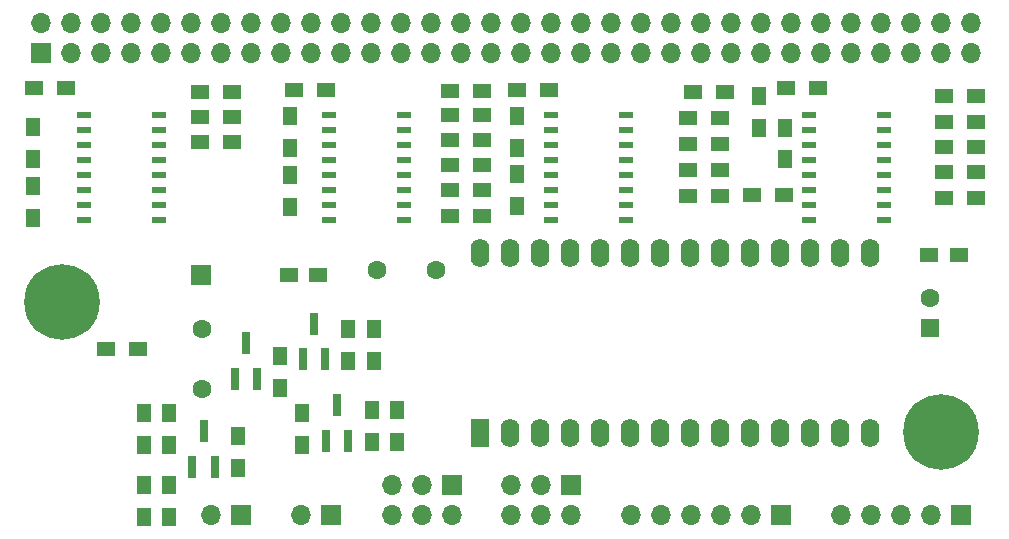
<source format=gts>
G04 #@! TF.FileFunction,Soldermask,Top*
%FSLAX46Y46*%
G04 Gerber Fmt 4.6, Leading zero omitted, Abs format (unit mm)*
G04 Created by KiCad (PCBNEW 4.0.4-stable) date 02/26/17 13:48:46*
%MOMM*%
%LPD*%
G01*
G04 APERTURE LIST*
%ADD10C,0.100000*%
%ADD11R,1.143000X0.508000*%
%ADD12R,1.600000X1.600000*%
%ADD13C,1.600000*%
%ADD14R,1.300000X1.500000*%
%ADD15R,1.600000X2.400000*%
%ADD16O,1.600000X2.400000*%
%ADD17R,1.500000X1.250000*%
%ADD18R,0.800000X1.900000*%
%ADD19R,1.500000X1.300000*%
%ADD20R,1.700000X1.700000*%
%ADD21O,1.700000X1.700000*%
%ADD22C,6.400000*%
G04 APERTURE END LIST*
D10*
D11*
X189650000Y-106905000D03*
X189650000Y-109445000D03*
X189650000Y-110715000D03*
X189650000Y-111985000D03*
X189650000Y-113255000D03*
X189650000Y-114525000D03*
X189650000Y-115795000D03*
X183300000Y-115795000D03*
X183300000Y-114525000D03*
X183300000Y-113255000D03*
X183300000Y-111985000D03*
X183300000Y-110715000D03*
X183300000Y-109445000D03*
X183300000Y-108175000D03*
X183300000Y-106905000D03*
X189650000Y-108175000D03*
X210375000Y-106880000D03*
X210375000Y-109420000D03*
X210375000Y-110690000D03*
X210375000Y-111960000D03*
X210375000Y-113230000D03*
X210375000Y-114500000D03*
X210375000Y-115770000D03*
X204025000Y-115770000D03*
X204025000Y-114500000D03*
X204025000Y-113230000D03*
X204025000Y-111960000D03*
X204025000Y-110690000D03*
X204025000Y-109420000D03*
X204025000Y-108150000D03*
X204025000Y-106880000D03*
X210375000Y-108150000D03*
X229125000Y-106880000D03*
X229125000Y-109420000D03*
X229125000Y-110690000D03*
X229125000Y-111960000D03*
X229125000Y-113230000D03*
X229125000Y-114500000D03*
X229125000Y-115770000D03*
X222775000Y-115770000D03*
X222775000Y-114500000D03*
X222775000Y-113230000D03*
X222775000Y-111960000D03*
X222775000Y-110690000D03*
X222775000Y-109420000D03*
X222775000Y-108150000D03*
X222775000Y-106880000D03*
X229125000Y-108150000D03*
D12*
X254900000Y-124900000D03*
D13*
X254900000Y-122400000D03*
D11*
X250975000Y-106855000D03*
X250975000Y-109395000D03*
X250975000Y-110665000D03*
X250975000Y-111935000D03*
X250975000Y-113205000D03*
X250975000Y-114475000D03*
X250975000Y-115745000D03*
X244625000Y-115745000D03*
X244625000Y-114475000D03*
X244625000Y-113205000D03*
X244625000Y-111935000D03*
X244625000Y-110665000D03*
X244625000Y-109395000D03*
X244625000Y-108125000D03*
X244625000Y-106855000D03*
X250975000Y-108125000D03*
D14*
X199900000Y-130000000D03*
X199900000Y-127300000D03*
D15*
X216800000Y-133800000D03*
D16*
X249820000Y-118560000D03*
X219340000Y-133800000D03*
X247280000Y-118560000D03*
X221880000Y-133800000D03*
X244740000Y-118560000D03*
X224420000Y-133800000D03*
X242200000Y-118560000D03*
X226960000Y-133800000D03*
X239660000Y-118560000D03*
X229500000Y-133800000D03*
X237120000Y-118560000D03*
X232040000Y-133800000D03*
X234580000Y-118560000D03*
X234580000Y-133800000D03*
X232040000Y-118560000D03*
X237120000Y-133800000D03*
X229500000Y-118560000D03*
X239660000Y-133800000D03*
X226960000Y-118560000D03*
X242200000Y-133800000D03*
X224420000Y-118560000D03*
X244740000Y-133800000D03*
X221880000Y-118560000D03*
X247280000Y-133800000D03*
X219340000Y-118560000D03*
X249820000Y-133800000D03*
X216800000Y-118560000D03*
D14*
X200750000Y-114650000D03*
X200750000Y-111950000D03*
D17*
X203125000Y-120450000D03*
X200625000Y-120450000D03*
D13*
X208050000Y-120050000D03*
X213050000Y-120050000D03*
D18*
X196050000Y-129200000D03*
X197950000Y-129200000D03*
X197000000Y-126200000D03*
X203750000Y-134450000D03*
X205650000Y-134450000D03*
X204700000Y-131450000D03*
X201800000Y-127550000D03*
X203700000Y-127550000D03*
X202750000Y-124550000D03*
X192450000Y-136650000D03*
X194350000Y-136650000D03*
X193400000Y-133650000D03*
D14*
X188350000Y-138250000D03*
X188350000Y-140950000D03*
D19*
X187850000Y-126700000D03*
X185150000Y-126700000D03*
D14*
X190500000Y-140950000D03*
X190500000Y-138250000D03*
X207800000Y-125000000D03*
X207800000Y-127700000D03*
X209800000Y-131900000D03*
X209800000Y-134600000D03*
X201750000Y-134800000D03*
X201750000Y-132100000D03*
D19*
X214250000Y-115425000D03*
X216950000Y-115425000D03*
X214250000Y-111125000D03*
X216950000Y-111125000D03*
X214250000Y-113225000D03*
X216950000Y-113225000D03*
D14*
X188366400Y-132152400D03*
X188366400Y-134852400D03*
D19*
X214250000Y-109025000D03*
X216950000Y-109025000D03*
X214275000Y-104825000D03*
X216975000Y-104825000D03*
X214275000Y-106925000D03*
X216975000Y-106925000D03*
D14*
X219925000Y-111925000D03*
X219925000Y-114625000D03*
X219925000Y-107000000D03*
X219925000Y-109700000D03*
D19*
X222675000Y-104775000D03*
X219975000Y-104775000D03*
D14*
X207650000Y-134600000D03*
X207650000Y-131900000D03*
D19*
X201025000Y-104800000D03*
X203725000Y-104800000D03*
D14*
X200750000Y-109700000D03*
X200750000Y-107000000D03*
X205650000Y-127700000D03*
X205650000Y-125000000D03*
D19*
X195800000Y-104950000D03*
X193100000Y-104950000D03*
D14*
X190500000Y-134850000D03*
X190500000Y-132150000D03*
D19*
X195800000Y-107075000D03*
X193100000Y-107075000D03*
X195800000Y-109200000D03*
X193100000Y-109200000D03*
D14*
X196300000Y-134100000D03*
X196300000Y-136800000D03*
X179000000Y-115625000D03*
X179000000Y-112925000D03*
D19*
X179050000Y-104575000D03*
X181750000Y-104575000D03*
D14*
X179000000Y-107925000D03*
X179000000Y-110625000D03*
D19*
X242700000Y-104600000D03*
X245400000Y-104600000D03*
X258800000Y-105250000D03*
X256100000Y-105250000D03*
X258800000Y-107450000D03*
X256100000Y-107450000D03*
X258800000Y-109600000D03*
X256100000Y-109600000D03*
X258800000Y-111750000D03*
X256100000Y-111750000D03*
D14*
X242600000Y-107950000D03*
X242600000Y-110650000D03*
D19*
X258800000Y-113900000D03*
X256100000Y-113900000D03*
D14*
X240400000Y-108000000D03*
X240400000Y-105300000D03*
D19*
X242550000Y-113700000D03*
X239850000Y-113700000D03*
X237550000Y-104900000D03*
X234850000Y-104900000D03*
X237100000Y-107150000D03*
X234400000Y-107150000D03*
X237100000Y-109375000D03*
X234400000Y-109375000D03*
X237100000Y-111575000D03*
X234400000Y-111575000D03*
X237100000Y-113775000D03*
X234400000Y-113775000D03*
D13*
X193300000Y-130050000D03*
X193300000Y-125050000D03*
D20*
X193200000Y-120400000D03*
X196596000Y-140716000D03*
D21*
X194056000Y-140716000D03*
D17*
X257350000Y-118775000D03*
X254850000Y-118775000D03*
D20*
X214400000Y-138200000D03*
D21*
X214400000Y-140740000D03*
X211860000Y-138200000D03*
X211860000Y-140740000D03*
X209320000Y-138200000D03*
X209320000Y-140740000D03*
D20*
X224536000Y-138176000D03*
D21*
X224536000Y-140716000D03*
X221996000Y-138176000D03*
X221996000Y-140716000D03*
X219456000Y-138176000D03*
X219456000Y-140716000D03*
D20*
X204216000Y-140716000D03*
D21*
X201676000Y-140716000D03*
D20*
X242316000Y-140716000D03*
D21*
X239776000Y-140716000D03*
X237236000Y-140716000D03*
X234696000Y-140716000D03*
X232156000Y-140716000D03*
X229616000Y-140716000D03*
D20*
X179600000Y-101600000D03*
D21*
X179600000Y-99060000D03*
X182140000Y-101600000D03*
X182140000Y-99060000D03*
X184680000Y-101600000D03*
X184680000Y-99060000D03*
X187220000Y-101600000D03*
X187220000Y-99060000D03*
X189760000Y-101600000D03*
X189760000Y-99060000D03*
X192300000Y-101600000D03*
X192300000Y-99060000D03*
X194840000Y-101600000D03*
X194840000Y-99060000D03*
X197380000Y-101600000D03*
X197380000Y-99060000D03*
X199920000Y-101600000D03*
X199920000Y-99060000D03*
X202460000Y-101600000D03*
X202460000Y-99060000D03*
X205000000Y-101600000D03*
X205000000Y-99060000D03*
X207540000Y-101600000D03*
X207540000Y-99060000D03*
X210080000Y-101600000D03*
X210080000Y-99060000D03*
X212620000Y-101600000D03*
X212620000Y-99060000D03*
X215160000Y-101600000D03*
X215160000Y-99060000D03*
X217700000Y-101600000D03*
X217700000Y-99060000D03*
X220240000Y-101600000D03*
X220240000Y-99060000D03*
X222780000Y-101600000D03*
X222780000Y-99060000D03*
X225320000Y-101600000D03*
X225320000Y-99060000D03*
X227860000Y-101600000D03*
X227860000Y-99060000D03*
X230400000Y-101600000D03*
X230400000Y-99060000D03*
X232940000Y-101600000D03*
X232940000Y-99060000D03*
X235480000Y-101600000D03*
X235480000Y-99060000D03*
X238020000Y-101600000D03*
X238020000Y-99060000D03*
X240560000Y-101600000D03*
X240560000Y-99060000D03*
X243100000Y-101600000D03*
X243100000Y-99060000D03*
X245640000Y-101600000D03*
X245640000Y-99060000D03*
X248180000Y-101600000D03*
X248180000Y-99060000D03*
X250720000Y-101600000D03*
X250720000Y-99060000D03*
X253260000Y-101600000D03*
X253260000Y-99060000D03*
X255800000Y-101600000D03*
X255800000Y-99060000D03*
X258340000Y-101600000D03*
X258340000Y-99060000D03*
D20*
X257556000Y-140716000D03*
D21*
X255016000Y-140716000D03*
X252476000Y-140716000D03*
X249936000Y-140716000D03*
X247396000Y-140716000D03*
D22*
X181400000Y-122720000D03*
X255870000Y-133720000D03*
M02*

</source>
